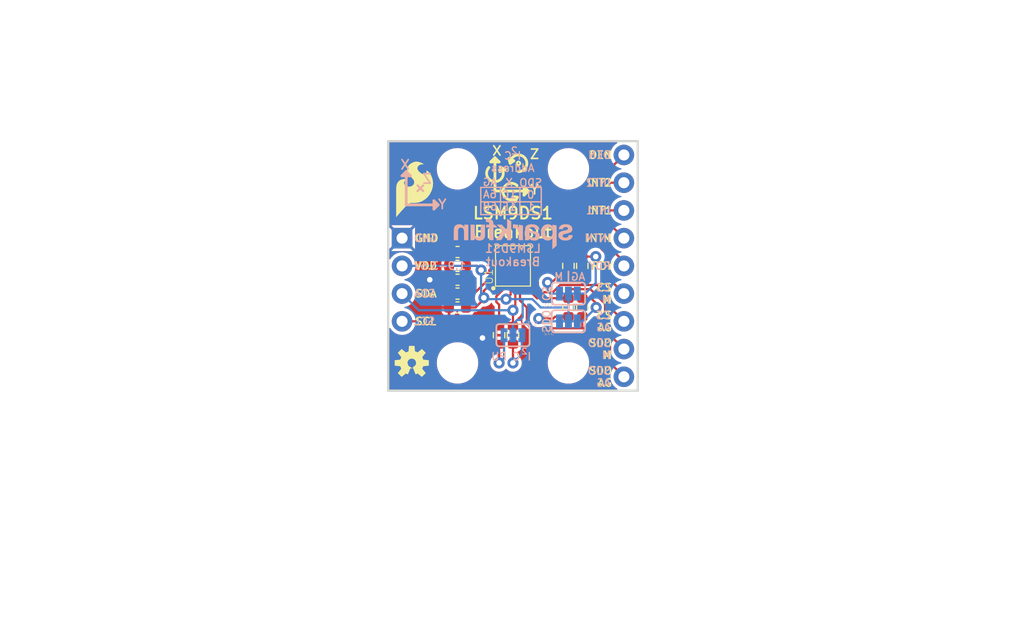
<source format=kicad_pcb>
(kicad_pcb (version 20221018) (generator pcbnew)
  (layers (0 "F.Cu" signal) (31 "B.Cu" signal) (34 "B.Paste" user) (35 "F.Paste" user) (36 "B.SilkS" user "B.Silkscreen") (37 "F.SilkS" user "F.Silkscreen") (38 "B.Mask" user) (39 "F.Mask" user) (44 "Edge.Cuts" user))
  (net 0 "")
  (net 1 "GND")
  (net 2 "VDD")
  (net 3 "Net-(U1-C1)")
  (net 4 "Net-(U1-CAP)")
  (net 5 "/SCL")
  (net 6 "/SDA")
  (net 7 "/DEN_A{slash}G")
  (net 8 "/INT2_A{slash}G")
  (net 9 "/INT1_A{slash}G")
  (net 10 "/INT_M")
  (net 11 "/DRDY_M")
  (net 12 "/CS_M")
  (net 13 "/CS_A{slash}G")
  (net 14 "/SDO_M")
  (net 15 "/SDO_A{slash}G")
  (net 16 "Net-(R1-Pad2)")
  (net 17 "Net-(R2-Pad2)")
  (net 18 "Net-(R3-Pad2)")
  (net 19 "Net-(R4-Pad2)")
  (net 20 "Net-(R5-Pad2)")
  (net 21 "Net-(R6-Pad2)")
  (footprint "SparkFun-LSM9DS1-Breakout_v10:1X09_NO_SILK" (layer "F.Cu") (at 158.6611 115.1636 90)
    (fp_text reference "JP2" hide)
    (fp_text value "M09NO_SILK")
    (pad "1" thru_hole circle (at 0 0 180) (size 1.8796 1.8796) (drill 1.016) (layers "*.Cu" "*.Mask") (net 15 "/SDO_A{slash}G"))
    (pad "2" thru_hole circle (at 2.54 0 180) (size 1.8796 1.8796) (drill 1.016) (layers "*.Cu" "*.Mask") (net 14 "/SDO_M"))
    (pad "3" thru_hole circle (at 5.08 0 180) (size 1.8796 1.8796) (drill 1.016) (layers "*.Cu" "*.Mask") (net 13 "/CS_A{slash}G"))
    (pad "4" thru_hole circle (at 7.62 0 180) (size 1.8796 1.8796) (drill 1.016) (layers "*.Cu" "*.Mask") (net 12 "/CS_M"))
    (pad "5" thru_hole circle (at 10.16 0 180) (size 1.8796 1.8796) (drill 1.016) (layers "*.Cu" "*.Mask") (net 11 "/DRDY_M"))
    (pad "6" thru_hole circle (at 12.7 0 180) (size 1.8796 1.8796) (drill 1.016) (layers "*.Cu" "*.Mask") (net 10 "/INT_M"))
    (pad "7" thru_hole circle (at 15.24 0 180) (size 1.8796 1.8796) (drill 1.016) (layers "*.Cu" "*.Mask") (net 9 "/INT1_A{slash}G"))
    (pad "8" thru_hole circle (at 17.78 0 180) (size 1.8796 1.8796) (drill 1.016) (layers "*.Cu" "*.Mask") (net 8 "/INT2_A{slash}G"))
    (pad "9" thru_hole circle (at 20.32 0 180) (size 1.8796 1.8796) (drill 1.016) (layers "*.Cu" "*.Mask") (net 7 "/DEN_A{slash}G"))
  )
  (footprint "Capacitor_SMD:C_0603_1608Metric" (layer "F.Cu") (at 143.4211 108.8136 180)
    (fp_text reference "C2" hide)
    (fp_text value "0.1uF" hide)
    (pad "1" smd roundrect (at -0.775 0 180) (size 0.9 0.95) (layers "F.Cu" "F.Paste" "F.Mask") (net 2 "VDD"))
    (pad "2" smd roundrect (at 0.775 0 180) (size 0.9 0.95) (layers "F.Cu" "F.Paste" "F.Mask") (net 1 "GND"))
  )
  (footprint "SparkFun-LSM9DS1-Breakout_v10:OSHW-LOGO-S" (layer "F.Cu") (at 139.2301 113.8936)
    (fp_text reference "LOGO3" hide)
    (fp_text value "OSHW-LOGOS" hide)
  )
  (footprint "Resistor_SMD:R_0603_1608Metric" (layer "F.Cu") (at 147.2311 111.3536 -90)
    (fp_text reference "R6" hide)
    (fp_text value "10K" hide)
    (pad "1" smd roundrect (at -0.825 0 270) (size 0.8 0.95) (layers "F.Cu" "F.Paste" "F.Mask") (net 5 "/SCL"))
    (pad "2" smd roundrect (at 0.825 0 270) (size 0.8 0.95) (layers "F.Cu" "F.Paste" "F.Mask") (net 21 "Net-(R6-Pad2)"))
  )
  (footprint "SparkFun-LSM9DS1-Breakout_v10:FIDUCIAL-1X2" (layer "F.Cu") (at 138.3411 94.8436 -90)
    (fp_text reference "FID2" hide)
    (fp_text value "FIDUCIAL1X2" hide)
    (pad "1" smd roundrect (at 0 0 270) (size 1 1) (layers "F.Cu" "F.Mask") (roundrect_rratio 0.5))
  )
  (footprint "Resistor_SMD:R_0603_1608Metric" (layer "F.Cu") (at 148.5011 111.3536 -90)
    (fp_text reference "R5" hide)
    (fp_text value "10K" hide)
    (pad "1" smd roundrect (at -0.825 0 270) (size 0.8 0.95) (layers "F.Cu" "F.Paste" "F.Mask") (net 6 "/SDA"))
    (pad "2" smd roundrect (at 0.825 0 270) (size 0.8 0.95) (layers "F.Cu" "F.Paste" "F.Mask") (net 20 "Net-(R5-Pad2)"))
  )
  (footprint "SparkFun-LSM9DS1-Breakout_v10:STAND-OFF" (layer "F.Cu") (at 153.5811 113.8936 -90)
    (fp_text reference "STANDOFF2" hide)
    (fp_text value "STAND-OFF" hide)
    (pad "" np_thru_hole circle (at 0 0 270) (size 3.302 3.302) (drill 3.302) (layers "*.Cu" "*.Mask"))
  )
  (footprint "Resistor_SMD:R_0603_1608Metric" (layer "F.Cu") (at 153.5811 108.8136 -90)
    (fp_text reference "R4" hide)
    (fp_text value "10K" hide)
    (pad "1" smd roundrect (at -0.825 0 270) (size 0.8 0.95) (layers "F.Cu" "F.Paste" "F.Mask") (net 14 "/SDO_M"))
    (pad "2" smd roundrect (at 0.825 0 270) (size 0.8 0.95) (layers "F.Cu" "F.Paste" "F.Mask") (net 19 "Net-(R4-Pad2)"))
  )
  (footprint "SparkFun-LSM9DS1-Breakout_v10:1X04_NO_SILK" (layer "F.Cu") (at 138.3411 102.4636 -90)
    (fp_text reference "JP1" hide)
    (fp_text value "I2C_STANDARD_NO_SILK")
    (pad "1" thru_hole rect (at 0 0) (size 1.8796 1.8796) (drill 1.016) (layers "*.Cu" "*.Mask") (net 1 "GND"))
    (pad "2" thru_hole circle (at 2.54 0) (size 1.8796 1.8796) (drill 1.016) (layers "*.Cu" "*.Mask") (net 2 "VDD"))
    (pad "3" thru_hole circle (at 5.08 0) (size 1.8796 1.8796) (drill 1.016) (layers "*.Cu" "*.Mask") (net 6 "/SDA"))
    (pad "4" thru_hole circle (at 7.62 0) (size 1.8796 1.8796) (drill 1.016) (layers "*.Cu" "*.Mask") (net 5 "/SCL"))
  )
  (footprint "SparkFun-LSM9DS1-Breakout_v10:CREATIVE_COMMONS" (layer "F.Cu") (at 121.8311 139.2936)
    (fp_text reference "FRAME1" hide)
    (fp_text value "FRAME-LETTER" hide)
  )
  (footprint "Capacitor_SMD:C_0603_1608Metric" (layer "F.Cu") (at 143.4211 106.2736 180)
    (fp_text reference "C4" hide)
    (fp_text value "10uF" hide)
    (pad "1" smd roundrect (at -0.775 0 180) (size 0.9 0.95) (layers "F.Cu" "F.Paste" "F.Mask") (net 2 "VDD"))
    (pad "2" smd roundrect (at 0.775 0 180) (size 0.9 0.95) (layers "F.Cu" "F.Paste" "F.Mask") (net 1 "GND"))
  )
  (footprint "Resistor_SMD:R_0603_1608Metric" (layer "F.Cu") (at 154.8511 105.0036 90)
    (fp_text reference "R1" hide)
    (fp_text value "10K" hide)
    (pad "1" smd roundrect (at -0.825 0 90) (size 0.8 0.95) (layers "F.Cu" "F.Paste" "F.Mask") (net 13 "/CS_A{slash}G"))
    (pad "2" smd roundrect (at 0.825 0 90) (size 0.8 0.95) (layers "F.Cu" "F.Paste" "F.Mask") (net 16 "Net-(R1-Pad2)"))
  )
  (footprint "Resistor_SMD:R_0603_1608Metric" (layer "F.Cu") (at 154.8511 108.8136 90)
    (fp_text reference "R3" hide)
    (fp_text value "10K" hide)
    (pad "1" smd roundrect (at -0.825 0 90) (size 0.8 0.95) (layers "F.Cu" "F.Paste" "F.Mask") (net 15 "/SDO_A{slash}G"))
    (pad "2" smd roundrect (at 0.825 0 90) (size 0.8 0.95) (layers "F.Cu" "F.Paste" "F.Mask") (net 18 "Net-(R3-Pad2)"))
  )
  (footprint "SparkFun-LSM9DS1-Breakout_v10:FIDUCIAL-1X2" (layer "F.Cu") (at 156.2481 113.0046 -90)
    (fp_text reference "FID1" hide)
    (fp_text value "FIDUCIAL1X2" hide)
    (pad "1" smd roundrect (at 0 0 270) (size 1 1) (layers "F.Cu" "F.Mask") (roundrect_rratio 0.5))
  )
  (footprint "SparkFun-LSM9DS1-Breakout_v10:STAND-OFF" (layer "F.Cu") (at 153.5811 96.1136 -90)
    (fp_text reference "STANDOFF3" hide)
    (fp_text value "STAND-OFF" hide)
    (pad "" np_thru_hole circle (at 0 0 270) (size 3.302 3.302) (drill 3.302) (layers "*.Cu" "*.Mask"))
  )
  (footprint "SparkFun-LSM9DS1-Breakout_v10:STAND-OFF" (layer "F.Cu") (at 143.4211 96.1136 -90)
    (fp_text reference "STANDOFF1" hide)
    (fp_text value "STAND-OFF" hide)
    (pad "" np_thru_hole circle (at 0 0 270) (size 3.302 3.302) (drill 3.302) (layers "*.Cu" "*.Mask"))
  )
  (footprint "Capacitor_SMD:C_0603_1608Metric" (layer "F.Cu") (at 143.4211 107.5436 180)
    (fp_text reference "C1" hide)
    (fp_text value "0.1uF" hide)
    (pad "1" smd roundrect (at -0.775 0 180) (size 0.9 0.95) (layers "F.Cu" "F.Paste" "F.Mask") (net 3 "Net-(U1-C1)"))
    (pad "2" smd roundrect (at 0.775 0 180) (size 0.9 0.95) (layers "F.Cu" "F.Paste" "F.Mask") (net 1 "GND"))
  )
  (footprint "Capacitor_SMD:C_0603_1608Metric" (layer "F.Cu") (at 143.4211 105.0036 180)
    (fp_text reference "C3" hide)
    (fp_text value "0.1uF" hide)
    (pad "1" smd roundrect (at -0.775 0 180) (size 0.9 0.95) (layers "F.Cu" "F.Paste" "F.Mask") (net 2 "VDD"))
    (pad "2" smd roundrect (at 0.775 0 180) (size 0.9 0.95) (layers "F.Cu" "F.Paste" "F.Mask") (net 1 "GND"))
  )
  (footprint "SparkFun-LSM9DS1-Breakout_v10:LGA24-8X4" (layer "F.Cu") (at 148.5011 105.0036 90)
    (fp_text reference "U1" (at -1.778 -1.778 90) (layer "F.SilkS") (effects (font (size 0.747776 0.747776) (thickness 0.065024)) (justify left bottom)))
    (fp_text value "LSM9DS1")
    (pad "1" smd rect (at -1.505 -1.225 180) (size 0.45 0.27) (layers "F.Cu" "F.Paste" "F.Mask") (net 2 "VDD"))
    (pad "2" smd rect (at -1.475 -0.645 270) (size 0.45 0.27) (layers "F.Cu" "F.Paste" "F.Mask") (net 5 "/SCL"))
    (pad "3" smd rect (at -1.475 -0.215 270) (size 0.45 0.27) (layers "F.Cu" "F.Paste" "F.Mask") (net 2 "VDD"))
    (pad "4" smd rect (at -1.475 0.215 270) (size 0.45 0.27) (layers "F.Cu" "F.Paste" "F.Mask") (net 6 "/SDA"))
    (pad "5" smd rect (at -1.475 0.645 270) (size 0.45 0.27) (layers "F.Cu" "F.Paste" "F.Mask") (net 15 "/SDO_A{slash}G"))
    (pad "6" smd rect (at -1.505 1.225) (size 0.45 0.27) (layers "F.Cu" "F.Paste" "F.Mask") (net 14 "/SDO_M"))
    (pad "7" smd rect (at -1.075 1.225) (size 0.45 0.27) (layers "F.Cu" "F.Paste" "F.Mask") (net 13 "/CS_A{slash}G"))
    (pad "8" smd rect (at -0.645 1.225) (size 0.45 0.27) (layers "F.Cu" "F.Paste" "F.Mask") (net 12 "/CS_M"))
    (pad "9" smd rect (at -0.215 1.225) (size 0.45 0.27) (layers "F.Cu" "F.Paste" "F.Mask") (net 11 "/DRDY_M"))
    (pad "10" smd rect (at 0.215 1.225) (size 0.45 0.27) (layers "F.Cu" "F.Paste" "F.Mask") (net 10 "/INT_M"))
    (pad "11" smd rect (at 0.645 1.225) (size 0.45 0.27) (layers "F.Cu" "F.Paste" "F.Mask") (net 9 "/INT1_A{slash}G"))
    (pad "12" smd rect (at 1.075 1.225) (size 0.45 0.27) (layers "F.Cu" "F.Paste" "F.Mask") (net 8 "/INT2_A{slash}G"))
    (pad "13" smd rect (at 1.505 1.225) (size 0.45 0.27) (layers "F.Cu" "F.Paste" "F.Mask") (net 7 "/DEN_A{slash}G"))
    (pad "14" smd rect (at 1.475 0.645 90) (size 0.45 0.27) (layers "F.Cu" "F.Paste" "F.Mask") (net 1 "GND"))
    (pad "15" smd rect (at 1.475 0.215 90) (size 0.45 0.27) (layers "F.Cu" "F.Paste" "F.Mask") (net 1 "GND"))
    (pad "16" smd rect (at 1.475 -0.215 90) (size 0.45 0.27) (layers "F.Cu" "F.Paste" "F.Mask") (net 1 "GND"))
    (pad "17" smd rect (at 1.475 -0.645 90) (size 0.45 0.27) (layers "F.Cu" "F.Paste" "F.Mask") (net 1 "GND"))
    (pad "18" smd rect (at 1.505 -1.225 180) (size 0.45 0.27) (layers "F.Cu" "F.Paste" "F.Mask") (net 1 "GND"))
    (pad "19" smd rect (at 1.075 -1.225 180) (size 0.45 0.27) (layers "F.Cu" "F.Paste" "F.Mask") (net 1 "GND"))
    (pad "20" smd rect (at 0.645 -1.225 180) (size 0.45 0.27) (layers "F.Cu" "F.Paste" "F.Mask") (net 1 "GND"))
    (pad "21" smd rect (at 0.215 -1.225 180) (size 0.45 0.27) (layers "F.Cu" "F.Paste" "F.Mask") (net 4 "Net-(U1-CAP)"))
    (pad "22" smd rect (at -0.215 -1.225 180) (size 0.45 0.27) (layers "F.Cu" "F.Paste" "F.Mask") (net 2 "VDD"))
    (pad "23" smd rect (at -0.645 -1.225 180) (size 0.45 0.27) (layers "F.Cu" "F.Paste" "F.Mask") (net 2 "VDD"))
    (pad "24" smd rect (at -1.075 -1.225 180) (size 0.45 0.27) (layers "F.Cu" "F.Paste" "F.Mask") (net 3 "Net-(U1-C1)"))
  )
  (footprint "Resistor_SMD:R_0603_1608Metric" (layer "F.Cu") (at 153.5811 105.0036 -90)
    (fp_text reference "R2" hide)
    (fp_text value "10K" hide)
    (pad "1" smd roundrect (at -0.825 0 270) (size 0.8 0.95) (layers "F.Cu" "F.Paste" "F.Mask") (net 12 "/CS_M"))
    (pad "2" smd roundrect (at 0.825 0 270) (size 0.8 0.95) (layers "F.Cu" "F.Paste" "F.Mask") (net 17 "Net-(R2-Pad2)"))
  )
  (footprint "SparkFun-LSM9DS1-Breakout_v10:SFE_LOGO_FLAME_.2" (layer "F.Cu") (at 137.4521 100.8126)
    (fp_text reference "LOGO2" hide)
    (fp_text value "SFE_LOGO_FLAME.2_INCH" hide)
  )
  (footprint "Capacitor_SMD:C_0603_1608Metric" (layer "F.Cu") (at 143.4211 103.7336 180)
    (fp_text reference "C5" hide)
    (fp_text value "10nF" hide)
    (pad "1" smd roundrect (at -0.775 0 180) (size 0.9 0.95) (layers "F.Cu" "F.Paste" "F.Mask") (net 4 "Net-(U1-CAP)"))
    (pad "2" smd roundrect (at 0.775 0 180) (size 0.9 0.95) (layers "F.Cu" "F.Paste" "F.Mask") (net 1 "GND"))
  )
  (footprint "SparkFun-LSM9DS1-Breakout_v10:STAND-OFF" (layer "F.Cu") (at 143.4211 113.8936 -90)
    (fp_text reference "STANDOFF4" hide)
    (fp_text value "STAND-OFF" hide)
    (pad "" np_thru_hole circle (at 0 0 270) (size 3.302 3.302) (drill 3.302) (layers "*.Cu" "*.Mask"))
  )
  (footprint "SparkFun-LSM9DS1-Breakout_v10:SFE_LOGO_NAME_.1" (layer "B.Cu") (at 154.4701 103.9876 180)
    (fp_text reference "LOGO1" hide)
    (fp_text value "SFE_LOGO_NAME.1_INCH" hide)
  )
  (footprint "SparkFun-LSM9DS1-Breakout_v10:PAD-JUMPER-3-3OF3_NC_BY_TRACE_YES_SILK_FULL_BOX" (layer "B.Cu") (at 148.5011 111.3536 180)
    (fp_text reference "SJ3" (at -1.27 1.27) (layer "B.SilkS") (effects (font (size 0.373888 0.373888) (thickness 0.032512)) (justify right top mirror)))
    (fp_text value "JUMPER-PAD-3-NC_BY_TRACE")
    (fp_line (start -1.016 0) (end -0.254 0) (stroke (width 0.2032)) (layer "B.Cu"))
    (fp_line (start 0.254 0) (end 1.016 0) (stroke (width 0.2032)) (layer "B.Cu"))
    (pad "1" smd rect (at -0.8128 0 180) (size 0.635 1.27) (layers "B.Cu" "B.Mask") (net 20 "Net-(R5-Pad2)"))
    (pad "2" smd rect (at 0 0 180) (size 0.635 1.27) (layers "B.Cu" "B.Mask") (net 2 "VDD"))
    (pad "3" smd rect (at 0.8128 0 180) (size 0.635 1.27) (layers "B.Cu" "B.Mask") (net 21 "Net-(R6-Pad2)"))
  )
  (footprint "SparkFun-LSM9DS1-Breakout_v10:PAD-JUMPER-3-3OF3_NC_BY_TRACE_YES_SILK_FULL_BOX" (layer "B.Cu") (at 153.5811 110.0836)
    (fp_text reference "SJ2" (at -1.27 1.27 180) (layer "B.SilkS") (effects (font (size 0.373888 0.373888) (thickness 0.032512)) (justify left bottom mirror)))
    (fp_text value "JUMPER-PAD-3-NC_BY_TRACE")
    (fp_line (start -1.016 0) (end -0.254 0) (stroke (width 0.2032)) (layer "B.Cu"))
    (fp_line (start 0.254 0) (end 1.016 0) (stroke (width 0.2032)) (layer "B.Cu"))
    (pad "1" smd rect (at -0.8128 0) (size 0.635 1.27) (layers "B.Cu" "B.Mask") (net 19 "Net-(R4-Pad2)"))
    (pad "2" smd rect (at 0 0) (size 0.635 1.27) (layers "B.Cu" "B.Mask") (net 2 "VDD"))
    (pad "3" smd rect (at 0.8128 0) (size 0.635 1.27) (layers "B.Cu" "B.Mask") (net 18 "Net-(R3-Pad2)"))
  )
  (footprint "SparkFun-LSM9DS1-Breakout_v10:PAD-JUMPER-3-3OF3_NC_BY_TRACE_YES_SILK_FULL_BOX" (layer "B.Cu") (at 153.5811 107.5436)
    (fp_text reference "SJ1" (at -1.27 1.27 180) (layer "B.SilkS") (effects (font (size 0.373888 0.373888) (thickness 0.032512)) (justify left bottom mirror)))
    (fp_text value "JUMPER-PAD-3-NC_BY_TRACE")
    (fp_line (start -1.016 0) (end -0.254 0) (stroke (width 0.2032)) (layer "B.Cu"))
    (fp_line (start 0.254 0) (end 1.016 0) (stroke (width 0.2032)) (layer "B.Cu"))
    (pad "1" smd rect (at -0.8128 0) (size 0.635 1.27) (layers "B.Cu" "B.Mask") (net 17 "Net-(R2-Pad2)"))
    (pad "2" smd rect (at 0 0) (size 0.635 1.27) (layers "B.Cu" "B.Mask") (net 2 "VDD"))
    (pad "3" smd rect (at 0.8128 0) (size 0.635 1.27) (layers "B.Cu" "B.Mask") (net 16 "Net-(R1-Pad2)"))
  )
  (gr_line (start 153.5811 108.5596) (end 153.5811 109.0676) (stroke (width 0.1524)) (layer "B.SilkS"))
  (gr_line (start 147.3581 97.8154) (end 147.3581 100.3046) (stroke (width 0.127)) (layer "B.SilkS"))
  (gr_line (start 141.6431 99.4156) (end 141.2621 99.0346) (stroke (width 0.254)) (layer "B.SilkS"))
  (gr_line (start 139.1031 96.7486) (end 138.7221 96.3676) (stroke (width 0.254)) (layer "B.SilkS"))
  (gr_line (start 149.1361 100.3046) (end 147.3581 100.3046) (stroke (width 0.127)) (layer "B.SilkS"))
  (gr_line (start 138.3411 96.7486) (end 139.1031 96.7486) (stroke (width 0.254)) (layer "B.SilkS"))
  (gr_line (start 149.1361 97.8154) (end 151.0919 97.8154) (stroke (width 0.127)) (layer "B.SilkS"))
  (gr_line (start 151.0919 97.8154) (end 151.0919 100.3046) (stroke (width 0.127)) (layer "B.SilkS"))
  (gr_line (start 151.0665 99.1362) (end 145.5547 99.1362) (stroke (width 0.127)) (layer "B.SilkS"))
  (gr_line (start 147.3581 100.3046) (end 145.5547 100.3046) (stroke (width 0.127)) (layer "B.SilkS"))
  (gr_line (start 145.5547 97.8154) (end 147.3581 97.8154) (stroke (width 0.127)) (layer "B.SilkS"))
  (gr_line (start 151.0919 100.3046) (end 149.1361 100.3046) (stroke (width 0.127)) (layer "B.SilkS"))
  (gr_line (start 141.2621 99.0346) (end 141.2621 99.7966) (stroke (width 0.254)) (layer "B.SilkS"))
  (gr_line (start 141.2621 99.7966) (end 141.6431 99.4156) (stroke (width 0.254)) (layer "B.SilkS"))
  (gr_line (start 153.5811 105.5116) (end 153.5811 106.5276) (stroke (width 0.1524)) (layer "B.SilkS"))
  (gr_line (start 139.7635 97.6376) (end 140.2715 98.1456) (stroke (width 0.2032)) (layer "B.SilkS"))
  (gr_line (start 145.5547 99.1362) (end 145.5547 97.8154) (stroke (width 0.127)) (layer "B.SilkS"))
  (gr_line (start 149.1361 97.8154) (end 149.1361 100.3046) (stroke (width 0.127)) (layer "B.SilkS"))
  (gr_line (start 138.7221 96.3676) (end 138.3411 96.7486) (stroke (width 0.254)) (layer "B.SilkS"))
  (gr_line (start 147.3581 97.8154) (end 149.1361 97.8154) (stroke (width 0.127)) (layer "B.SilkS"))
  (gr_line (start 139.7635 98.1456) (end 140.2715 97.6376) (stroke (width 0.2032)) (layer "B.SilkS"))
  (gr_line (start 138.7221 99.4156) (end 141.6431 99.4156) (stroke (width 0.254)) (layer "B.SilkS"))
  (gr_line (start 145.5547 100.3046) (end 145.5547 99.1362) (stroke (width 0.127)) (layer "B.SilkS"))
  (gr_line (start 138.7221 99.4156) (end 138.7221 96.3676) (stroke (width 0.254)) (layer "B.SilkS"))
  (gr_line (start 148.3741 95.4786) (end 148.2471 95.4786) (stroke (width 0.127)) (layer "F.SilkS"))
  (gr_circle (center 149.0091 95.6056) (end 149.0726 95.6056) (stroke (width 0.1778)) (fill none) (layer "F.SilkS"))
  (gr_line (start 148.2471 95.6056) (end 148.5773 95.377) (stroke (width 0.254)) (layer "F.SilkS"))
  (gr_line (start 147.370753 95.963616) (end 147.31205 96.36091) (stroke (width 0.254)) (layer "F.SilkS"))
  (gr_line (start 148.50779 98.65835) (end 148.702778 99.119113) (stroke (width 0.254)) (layer "F.SilkS"))
  (gr_line (start 148.5773 95.377) (end 148.1201 95.1738) (stroke (width 0.254)) (layer "F.SilkS"))
  (gr_line (start 146.8501 98.1456) (end 146.8501 95.0976) (stroke (width 0.254)) (layer "F.SilkS"))
  (gr_line (start 148.702778 99.119113) (end 148.905084 98.717054) (stroke (width 0.254)) (layer "F.SilkS"))
  (gr_line (start 146.8501 95.0976) (end 147.2311 95.4786) (stroke (width 0.254)) (layer "F.SilkS"))
  (gr_line (start 147.2311 95.4786) (end 146.4691 95.4786) (stroke (width 0.254)) (layer "F.SilkS"))
  (gr_line (start 149.5171 98.5266) (end 149.5171 97.7646) (stroke (width 0.254)) (layer "F.SilkS"))
  (gr_line (start 146.8501 98.1456) (end 149.8981 98.1456) (stroke (width 0.254)) (layer "F.SilkS"))
  (gr_arc (start 148.2471 95.6056) (mid 149.547915 95.066785) (end 149.0091 96.3676) (stroke (width 0.254)) (layer "F.SilkS"))
  (gr_arc (start 147.370753 95.963616) (mid 146.875362 97.28158) (end 146.293715 95.999344) (stroke (width 0.254)) (layer "F.SilkS"))
  (gr_line (start 149.5171 97.7646) (end 149.8981 98.1456) (stroke (width 0.254)) (layer "F.SilkS"))
  (gr_line (start 148.1201 95.1738) (end 148.2471 95.6056) (stroke (width 0.254)) (layer "F.SilkS"))
  (gr_line (start 146.4691 95.4786) (end 146.8501 95.0976) (stroke (width 0.254)) (layer "F.SilkS"))
  (gr_line (start 148.3487 95.377) (end 148.2725 95.2754) (stroke (width 0.254)) (layer "F.SilkS"))
  (gr_arc (start 148.905084 98.717054) (mid 147.58712 98.221663) (end 148.869356 97.640016) (stroke (width 0.254)) (layer "F.SilkS"))
  (gr_line (start 147.31205 96.36091) (end 147.772812 96.165922) (stroke (width 0.254)) (layer "F.SilkS"))
  (gr_line (start 148.905084 98.717054) (end 148.50779 98.65835) (stroke (width 0.254)) (layer "F.SilkS"))
  (gr_line (start 149.8981 98.1456) (end 149.5171 98.5266) (stroke (width 0.254)) (layer "F.SilkS"))
  (gr_line (start 147.772812 96.165922) (end 147.370753 95.963616) (stroke (width 0.254)) (layer "F.SilkS"))
  (gr_line (start 159.9311 116.4336) (end 159.9311 93.5736) (stroke (width 0.2032)) (layer "Edge.Cuts"))
  (gr_line (start 159.9311 93.5736) (end 137.0711 93.5736) (stroke (width 0.2032)) (layer "Edge.Cuts"))
  (gr_line (start 137.0711 116.4336) (end 159.9311 116.4336) (stroke (width 0.2032)) (layer "Edge.Cuts"))
  (gr_line (start 137.0711 93.5736) (end 137.0711 116.4336) (stroke (width 0.2032)) (layer "Edge.Cuts"))
  (gr_text "Y" (at 142.0241 98.8568) (layer "B.SilkS") (effects (font (size 0.8636 0.8636) (thickness 0.1524)) (justify top mirror)))
  (gr_text "RDY" (at 157.5181 105.0036) (layer "B.SilkS") (effects (font (size 0.69088 0.69088) (thickness 0.12192)) (justify left mirror)))
  (gr_text "SCL" (at 139.3571 110.0836) (layer "B.SilkS") (effects (font (size 0.69088 0.69088) (thickness 0.12192)) (justify right mirror)))
  (gr_text "AG\n6A\n6B" (at 146.3929 98.4504) (layer "B.SilkS") (effects (font (size 0.69088 0.69088) (thickness 0.12192)) (justify mirror)))
  (gr_text "Z" (at 140.6271 97.536) (layer "B.SilkS") (effects (font (size 0.8636 0.8636) (thickness 0.1524)) (justify bottom mirror)))
  (gr_text "I C\nAddress" (at 148.4757 95.4786) (layer "B.SilkS") (effects (font (size 0.69088 0.69088) (thickness 0.12192)) (justify mirror)))
  (gr_text "GND" (at 139.3571 102.4636) (layer "B.SilkS") (effects (font (size 0.69088 0.69088) (thickness 0.12192)) (justify right mirror)))
  (gr_text "LSM9DS1\nBreakout" (at 148.5011 102.9716) (layer "B.SilkS") (effects (font (size 0.75565 0.75565) (thickness 0.13335)) (justify top mirror)))
  (gr_text "INT2" (at 157.5181 97.3836) (layer "B.SilkS") (effects (font (size 0.69088 0.69088) (thickness 0.12192)) (justify left mirror)))
  (gr_text "M" (at 152.6921 106.4006) (layer "B.SilkS") (effects (font (size 0.69088 0.69088) (thickness 0.12192)) (justify bottom mirror)))
  (gr_text "INT1" (at 157.5181 99.9236) (layer "B.SilkS") (effects (font (size 0.69088 0.69088) (thickness 0.12192)) (justify left mirror)))
  (gr_text "C PU" (at 147.8407 113.7158) (layer "B.SilkS") (effects (font (size 0.69088 0.69088) (thickness 0.12192)) (justify bottom mirror)))
  (gr_text "CS\nM" (at 157.5181 107.5436) (layer "B.SilkS") (effects (font (size 0.69088 0.69088) (thickness 0.12192)) (justify left mirror)))
  (gr_text "CS\nAG" (at 157.5181 110.0836) (layer "B.SilkS") (effects (font (size 0.69088 0.69088) (thickness 0.12192)) (justify left mirror)))
  (gr_text "SDO\n0\n1" (at 150.1267 98.5012) (layer "B.SilkS") (effects (font (size 0.69088 0.69088) (thickness 0.12192)) (justify mirror)))
  (gr_text "SDA" (at 139.3571 107.5436) (layer "B.SilkS") (effects (font (size 0.69088 0.69088) (thickness 0.12192)) (justify right mirror)))
  (gr_text "AG" (at 154.4701 106.4006) (layer "B.SilkS") (effects (font (size 0.69088 0.69088) (thickness 0.12192)) (justify bottom mirror)))
  (gr_text "DEN" (at 157.5181 94.8436) (layer "B.SilkS") (effects (font (size 0.69088 0.69088) (thickness 0.12192)) (justify left mirror)))
  (gr_text "SDO\nAG" (at 157.5181 115.1636) (layer "B.SilkS") (effects (font (size 0.69088 0.69088) (thickness 0.12192)) (justify left mirror)))
  (gr_text "I" (at 149.9997 113.7158) (layer "B.SilkS") (effects (font (size 0.69088 0.69088) (thickness 0.12192)) (justify bottom mirror)))
  (gr_text "SDO\nM" (at 157.5181 112.6236) (layer "B.SilkS") (effects (font (size 0.69088 0.69088) (thickness 0.12192)) (justify left mirror)))
  (gr_text "1.9-3.6V" (at 139.3571 105.0036) (layer "B.SilkS") (effects (font (size 0.69088 0.69088) (thickness 0.12192)) (justify right mirror)))
  (gr_text "SDO" (at 151.9301 110.0836 -90) (layer "B.SilkS") (effects (font (size 0.69088 0.69088) (thickness 0.12192)) (justify top mirror)))
  (gr_text "2" (at 148.6281 94.4626) (layer "B.SilkS") (effects (font (size 0.6477 0.6477) (thickness 0.1143)) (justify mirror)))
  (gr_text "INTM" (at 157.5181 102.4636) (layer "B.SilkS") (effects (font (size 0.69088 0.69088) (thickness 0.12192)) (justify left mirror)))
  (gr_text "2" (at 149.5552 113.1443) (layer "B.SilkS") (effects (font (size 0.53975 0.53975) (thickness 0.09525)) (justify bottom mirror)))
  (gr_text "X\n1C\n1E" (at 148.1455 98.4758) (layer "B.SilkS") (effects (font (size 0.69088 0.69088) (thickness 0.12192)) (justify mirror)))
  (gr_text "CS" (at 151.9301 107.5436 -90) (layer "B.SilkS") (effects (font (size 0.69088 0.69088) (thickness 0.12192)) (justify top mirror)))
  (gr_text "X" (at 138.6205 96.2406) (layer "B.SilkS") (effects (font (size 0.8636 0.8636) (thickness 0.1524)) (justify bottom mirror)))
  (gr_text "INTM" (at 157.6451 102.4636) (layer "F.SilkS") (effects (font (size 0.69088 0.69088) (thickness 0.12192)) (justify right)))
  (gr_text "SDA" (at 139.4841 107.5436) (layer "F.SilkS") (effects (font (size 0.69088 0.69088) (thickness 0.12192)) (justify left)))
  (gr_text "SCL" (at 139.4841 110.0836) (layer "F.SilkS") (effects (font (size 0.69088 0.69088) (thickness 0.12192)) (justify left)))
  (gr_text "INT1" (at 157.6451 99.9236) (layer "F.SilkS") (effects (font (size 0.69088 0.69088) (thickness 0.12192)) (justify right)))
  (gr_text "Z" (at 150.4823 95.2754) (layer "F.SilkS") (effects (font (size 0.8636 0.8636) (thickness 0.1524)) (justify bottom)))
  (gr_text "CS\nM" (at 157.6451 107.5436) (layer "F.SilkS") (effects (font (size 0.69088 0.69088) (thickness 0.12192)) (justify right)))
  (gr_text "VDD" (at 139.4841 105.0036) (layer "F.SilkS") (effects (font (size 0.69088 0.69088) (thickness 0.12192)) (justify left)))
  (gr_text "SDO\nAG" (at 157.6451 115.1636) (layer "F.SilkS") (effects (font (size 0.69088 0.69088) (thickness 0.12192)) (justify right)))
  (gr_text "LSM9DS1\nBreakout" (at 148.5011 99.5426) (layer "F.SilkS") (effects (font (size 1.0795 1.0795) (thickness 0.1905)) (justify top)))
  (gr_text "RDY" (at 157.7721 105.0036) (layer "F.SilkS") (effects (font (size 0.69088 0.69088) (thickness 0.12192)) (justify right)))
  (gr_text "CS\nAG" (at 157.6451 110.0836) (layer "F.SilkS") (effects (font (size 0.69088 0.69088) (thickness 0.12192)) (justify right)))
  (gr_text "Y" (at 150.4823 98.5266) (layer "F.SilkS") (effects (font (size 0.8636 0.8636) (thickness 0.1524)) (justify bottom)))
  (gr_text "INT2" (at 157.6451 97.3836) (layer "F.SilkS") (effects (font (size 0.69088 0.69088) (thickness 0.12192)) (justify right)))
  (gr_text "X" (at 147.0279 94.9706) (layer "F.SilkS") (effects (font (size 0.8636 0.8636) (thickness 0.1524)) (justify bottom)))
  (gr_text "SDO\nM" (at 157.6451 112.6236) (layer "F.SilkS") (effects (font (size 0.69088 0.69088) (thickness 0.12192)) (justify right)))
  (gr_text "GND" (at 139.4841 102.4636) (layer "F.SilkS") (effects (font (size 0.69088 0.69088) (thickness 0.12192)) (justify left)))
  (gr_text "DEN" (at 157.6451 94.8436) (layer "F.SilkS") (effects (font (size 0.69088 0.69088) (thickness 0.12192)) (justify right)))
  (segment (start 149.1461 102.8446) (end 148.7161 102.8446) (width 0.2032) (layer "F.Cu") (net 1))
  (segment (start 147.2761 104.3586) (end 146.5861 104.3586) (width 0.2032) (layer "F.Cu") (net 1))
  (segment (start 145.7261 103.4986) (end 144.6911 102.4636) (width 0.2032) (layer "F.Cu") (net 1))
  (segment (start 146.1561 103.9286) (end 145.7261 103.4986) (width 0.2032) (layer "F.Cu") (net 1))
  (segment (start 146.5861 104.3586) (end 146.1561 103.9286) (width 0.2032) (layer "F.Cu") (net 1))
  (segment (start 147.8561 103.5286) (end 147.8561 102.8446) (width 0.2032) (layer "F.Cu") (net 1))
  (segment (start 147.2761 103.4986) (end 145.7261 103.4986) (width 0.2032) (layer "F.Cu") (net 1))
  (segment (start 149.1461 103.5286) (end 149.1461 102.8446) (width 0.2032) (layer "F.Cu") (net 1))
  (segment (start 147.2761 103.9286) (end 146.1561 103.9286) (width 0.2032) (layer "F.Cu") (net 1))
  (segment (start 148.7161 102.8446) (end 148.7161 103.5286) (width 0.2032) (layer "F.Cu") (net 1))
  (segment (start 148.2861 103.5286) (end 148.2861 102.8446) (width 0.2032) (layer "F.Cu") (net 1))
  (segment (start 147.8561 102.8446) (end 148.2861 102.8446) (width 0.2032) (layer "F.Cu") (net 1))
  (segment (start 148.2861 102.8446) (end 148.7161 102.8446) (width 0.2032) (layer "F.Cu") (net 1))
  (segment (start 144.6911 102.4636) (end 143.4211 102.4636) (width 0.2032) (layer "F.Cu") (net 1))
  (via (at 145.7071 111.6076) (size 1.016) (drill 0.508) (layers "F.Cu" "B.Cu") (net 1))
  (via (at 140.8811 106.2736) (size 1.016) (drill 0.508) (layers "F.Cu" "B.Cu") (net 1))
  (segment (start 145.8341 107.9881) (end 145.8341 107.9246) (width 0.2032) (layer "F.Cu") (net 2))
  (segment (start 145.8341 108.0516) (end 145.8341 107.9881) (width 0.2032) (layer "F.Cu") (net 2))
  (segment (start 144.2711 105.0036) (end 145.1991 105.0036) (width 0.2032) (layer "F.Cu") (net 2))
  (segment (start 146.5081 105.2186) (end 146.3421 105.3846) (width 0.2032) (layer "F.Cu") (net 2))
  (segment (start 148.2861 107.6316) (end 147.8661 108.0516) (width 0.2032) (layer "F.Cu") (net 2))
  (segment (start 146.3421 105.3846) (end 146.3421 105.6486) (width 0.2032) (layer "F.Cu") (net 2))
  (segment (start 147.2761 106.5086) (end 146.6151 106.5086) (width 0.2032) (layer "F.Cu") (net 2))
  (segment (start 145.0721 108.8136) (end 145.8341 108.0516) (width 0.2032) (layer "F.Cu") (net 2))
  (segment (start 145.8341 107.2896) (end 145.8341 107.9246) (width 0.2032) (layer "F.Cu") (net 2))
  (segment (start 145.1991 105.0036) (end 145.5801 105.3846) (width 0.2032) (layer "F.Cu") (net 2))
  (segment (start 146.6151 106.5086) (end 145.8341 107.2896) (width 0.2032) (layer "F.Cu") (net 2))
  (segment (start 145.8441 105.6486) (end 145.5801 105.3846) (width 0.2032) (layer "F.Cu") (net 2))
  (segment (start 144.2711 105.0036) (end 144.2711 106.2736) (width 0.2032) (layer "F.Cu") (net 2))
  (segment (start 147.2761 105.2186) (end 146.5081 105.2186) (width 0.2032) (layer "F.Cu") (net 2))
  (segment (start 147.2761 105.6486) (end 146.3421 105.6486) (width 0.2032) (layer "F.Cu") (net 2))
  (segment (start 144.2711 108.8136) (end 145.0721 108.8136) (width 0.2032) (layer "F.Cu") (net 2))
  (segment (start 148.2861 106.4786) (end 148.2861 107.6316) (width 0.2032) (layer "F.Cu") (net 2))
  (segment (start 146.3421 105.6486) (end 145.8441 105.6486) (width 0.2032) (layer "F.Cu") (net 2))
  (via (at 147.8661 108.0516) (size 1.016) (drill 0.508) (layers "F.Cu" "B.Cu") (net 2))
  (via (at 145.8341 107.9246) (size 1.016) (drill 0.508) (layers "F.Cu" "B.Cu") (net 2))
  (via (at 145.5801 105.3846) (size 1.016) (drill 0.508) (layers "F.Cu" "B.Cu") (net 2))
  (segment (start 147.8661 108.0516) (end 145.9611 108.0516) (width 0.2032) (layer "B.Cu") (net 2))
  (segment (start 150.2791 108.0516) (end 151.0411 108.8136) (width 0.2032) (layer "B.Cu") (net 2))
  (segment (start 149.3901 109.7026) (end 149.3901 108.0516) (width 0.2032) (layer "B.Cu") (net 2))
  (segment (start 153.5811 108.8136) (end 153.5811 107.5436) (width 0.2032) (layer "B.Cu") (net 2))
  (segment (start 153.5811 110.0836) (end 153.5811 108.8136) (width 0.2032) (layer "B.Cu") (net 2))
  (segment (start 148.5011 111.3536) (end 148.5011 110.3376) (width 0.2032) (layer "B.Cu") (net 2))
  (segment (start 149.3901 108.0516) (end 147.8661 108.0516) (width 0.2032) (layer "B.Cu") (net 2))
  (segment (start 151.0411 108.8136) (end 153.5811 108.8136) (width 0.2032) (layer "B.Cu") (net 2))
  (segment (start 145.9611 108.0516) (end 145.8341 107.9246) (width 0.2032) (layer "B.Cu") (net 2))
  (segment (start 150.2791 108.0516) (end 149.3901 108.0516) (width 0.2032) (layer "B.Cu") (net 2))
  (segment (start 145.5801 107.6706) (end 145.5801 105.3846) (width 0.2032) (layer "B.Cu") (net 2))
  (segment (start 138.3411 105.0036) (end 145.1991 105.0036) (width 0.2032) (layer "B.Cu") (net 2))
  (segment (start 148.5011 110.3376) (end 148.8821 109.9566) (width 0.2032) (layer "B.Cu") (net 2))
  (segment (start 145.8341 107.9246) (end 145.5801 107.6706) (width 0.2032) (layer "B.Cu") (net 2))
  (segment (start 149.1361 109.9566) (end 149.3901 109.7026) (width 0.2032) (layer "B.Cu") (net 2))
  (segment (start 148.8821 109.9566) (end 149.1361 109.9566) (width 0.2032) (layer "B.Cu") (net 2))
  (segment (start 145.1991 105.0036) (end 145.5801 105.3846) (width 0.2032) (layer "B.Cu") (net 2))
  (segment (start 144.9451 107.5436) (end 144.2711 107.5436) (width 0.2032) (layer "F.Cu") (net 3))
  (segment (start 147.2761 106.0786) (end 146.4101 106.0786) (width 0.2032) (layer "F.Cu") (net 3))
  (segment (start 146.4101 106.0786) (end 144.9451 107.5436) (width 0.2032) (layer "F.Cu") (net 3))
  (segment (start 146.3811 104.7886) (end 145.3261 103.7336) (width 0.2032) (layer "F.Cu") (net 4))
  (segment (start 145.3261 103.7336) (end 144.2711 103.7336) (width 0.2032) (layer "F.Cu") (net 4))
  (segment (start 147.2761 104.7886) (end 146.3811 104.7886) (width 0.2032) (layer "F.Cu") (net 4))
  (segment (start 147.2311 110.5036) (end 140.0311 110.5036) (width 0.2032) (layer "F.Cu") (net 5))
  (segment (start 147.2311 110.5036) (end 147.2311 108.5596) (width 0.2032) (layer "F.Cu") (net 5))
  (segment (start 140.0311 110.5036) (end 139.6111 110.0836) (width 0.2032) (layer "F.Cu") (net 5))
  (segment (start 139.6111 110.0836) (end 138.3411 110.0836) (width 0.2032) (layer "F.Cu") (net 5))
  (segment (start 146.9771 108.3056) (end 146.9771 107.7976) (width 0.2032) (layer "F.Cu") (net 5))
  (segment (start 147.2311 108.5596) (end 146.9771 108.3056) (width 0.2032) (layer "F.Cu") (net 5))
  (segment (start 147.8561 106.4786) (end 147.8561 106.9186) (width 0.2032) (layer "F.Cu") (net 5))
  (segment (start 146.9771 107.7976) (end 147.8561 106.9186) (width 0.2032) (layer "F.Cu") (net 5))
  (segment (start 148.5011 109.0676) (end 148.7161 108.8526) (width 0.2032) (layer "F.Cu") (net 6))
  (segment (start 148.7161 108.8526) (end 148.7161 106.4786) (width 0.2032) (layer "F.Cu") (net 6))
  (segment (start 148.5011 110.5036) (end 148.5011 109.0676) (width 0.2032) (layer "F.Cu") (net 6))
  (via (at 148.5011 109.0676) (size 1.016) (drill 0.508) (layers "F.Cu" "B.Cu") (net 6))
  (segment (start 148.5011 109.0676) (end 139.8651 109.0676) (width 0.2032) (layer "B.Cu") (net 6))
  (segment (start 139.8651 109.0676) (end 138.3411 107.5436) (width 0.2032) (layer "B.Cu") (net 6))
  (segment (start 151.3205 102.1842) (end 158.6611 94.8436) (width 0.2032) (layer "F.Cu") (net 7))
  (segment (start 149.7261 103.4986) (end 150.2855 103.4986) (width 0.2032) (layer "F.Cu") (net 7))
  (segment (start 151.3205 102.4636) (end 151.3205 102.1842) (width 0.2032) (layer "F.Cu") (net 7))
  (segment (start 150.2855 103.4986) (end 151.3205 102.4636) (width 0.2032) (layer "F.Cu") (net 7))
  (segment (start 149.7261 103.9286) (end 150.4397 103.9286) (width 0.2032) (layer "F.Cu") (net 8))
  (segment (start 156.9847 97.3836) (end 158.6611 97.3836) (width 0.2032) (layer "F.Cu") (net 8))
  (segment (start 150.4397 103.9286) (end 156.9847 97.3836) (width 0.2032) (layer "F.Cu") (net 8))
  (segment (start 150.5939 104.3586) (end 155.0289 99.9236) (width 0.2032) (layer "F.Cu") (net 9))
  (segment (start 149.7261 104.3586) (end 150.5939 104.3586) (width 0.2032) (layer "F.Cu") (net 9))
  (segment (start 155.0289 99.9236) (end 158.6611 99.9236) (width 0.2032) (layer "F.Cu") (net 9))
  (segment (start 154.3431 101.1936) (end 157.3911 101.1936) (width 0.2032) (layer "F.Cu") (net 10))
  (segment (start 157.3911 101.1936) (end 158.6611 102.4636) (width 0.2032) (layer "F.Cu") (net 10))
  (segment (start 149.7261 104.7886) (end 150.7481 104.7886) (width 0.2032) (layer "F.Cu") (net 10))
  (segment (start 150.7481 104.7886) (end 154.3431 101.1936) (width 0.2032) (layer "F.Cu") (net 10))
  (segment (start 156.5021 102.4636) (end 158.6611 104.6226) (width 0.2032) (layer "F.Cu") (net 11))
  (segment (start 158.6611 104.6226) (end 158.6611 105.0036) (width 0.2032) (layer "F.Cu") (net 11))
  (segment (start 149.7261 105.2186) (end 150.9531 105.2186) (width 0.2032) (layer "F.Cu") (net 11))
  (segment (start 150.9531 105.2186) (end 153.7081 102.4636) (width 0.2032) (layer "F.Cu") (net 11))
  (segment (start 153.7081 102.4636) (end 156.5021 102.4636) (width 0.2032) (layer "F.Cu") (net 11))
  (segment (start 153.9621 102.9716) (end 156.1211 102.9716) (width 0.2032) (layer "F.Cu") (net 12))
  (segment (start 157.1371 103.9876) (end 157.1371 106.0196) (width 0.2032) (layer "F.Cu") (net 12))
  (segment (start 151.1581 105.6486) (end 152.6531 104.1536) (width 0.2032) (layer "F.Cu") (net 12))
  (segment (start 153.5811 104.1536) (end 153.5811 103.3526) (width 0.2032) (layer "F.Cu") (net 12))
  (segment (start 153.5811 103.3526) (end 153.9621 102.9716) (width 0.2032) (layer "F.Cu") (net 12))
  (segment (start 152.6531 104.1536) (end 153.5811 104.1536) (width 0.2032) (layer "F.Cu") (net 12))
  (segment (start 157.1371 106.0196) (end 158.6611 107.5436) (width 0.2032) (layer "F.Cu") (net 12))
  (segment (start 149.7261 105.6486) (end 151.1581 105.6486) (width 0.2032) (layer "F.Cu") (net 12))
  (segment (start 156.1211 102.9716) (end 157.1371 103.9876) (width 0.2032) (layer "F.Cu") (net 12))
  (segment (start 156.2227 106.7562) (end 157.3911 107.9246) (width 0.2032) (layer "F.Cu") (net 13))
  (segment (start 157.3911 107.9246) (end 157.3911 108.8136) (width 0.2032) (layer "F.Cu") (net 13))
  (segment (start 150.7871 106.5276) (end 150.7871 107.1626) (width 0.2032) (layer "F.Cu") (net 13))
  (segment (start 150.3381 106.0786) (end 150.7871 106.5276) (width 0.2032) (layer "F.Cu") (net 13))
  (segment (start 151.0411 107.4166) (end 152.1587 107.4166) (width 0.2032) (layer "F.Cu") (net 13))
  (segment (start 152.1587 107.4166) (end 152.8191 106.7562) (width 0.2032) (layer "F.Cu") (net 13))
  (segment (start 149.7261 106.0786) (end 150.3381 106.0786) (width 0.2032) (layer "F.Cu") (net 13))
  (segment (start 154.8511 105.8536) (end 154.8511 106.7562) (width 0.2032) (layer "F.Cu") (net 13))
  (segment (start 152.8191 106.7562) (end 154.8511 106.7562) (width 0.2032) (layer "F.Cu") (net 13))
  (segment (start 150.7871 107.1626) (end 151.0411 107.4166) (width 0.2032) (layer "F.Cu") (net 13))
  (segment (start 154.8511 106.7562) (end 156.2227 106.7562) (width 0.2032) (layer "F.Cu") (net 13))
  (segment (start 157.3911 108.8136) (end 158.6611 110.0836) (width 0.2032) (layer "F.Cu") (net 13))
  (segment (start 150.6991 107.9636) (end 153.5811 107.9636) (width 0.2032) (layer "F.Cu") (net 14))
  (segment (start 150.1331 106.5086) (end 150.2791 106.6546) (width 0.2032) (layer "F.Cu") (net 14))
  (segment (start 155.5877 107.1372) (end 156.9339 108.4834) (width 0.2032) (layer "F.Cu") (net 14))
  (segment (start 150.2791 106.6546) (end 150.2791 107.5436) (width 0.2032) (layer "F.Cu") (net 14))
  (segment (start 150.2791 107.5436) (end 150.6991 107.9636) (width 0.2032) (layer "F.Cu") (net 14))
  (segment (start 149.7261 106.5086) (end 150.1331 106.5086) (width 0.2032) (layer "F.Cu") (net 14))
  (segment (start 153.5811 107.2896) (end 153.5811 107.9636) (width 0.2032) (layer "F.Cu") (net 14))
  (segment (start 153.7335 107.1372) (end 153.5811 107.2896) (width 0.2032) (layer "F.Cu") (net 14))
  (segment (start 158.6611 112.6236) (end 156.9339 110.8964) (width 0.2032) (layer "F.Cu") (net 14))
  (segment (start 155.5877 107.1372) (end 153.7335 107.1372) (width 0.2032) (layer "F.Cu") (net 14))
  (segment (start 156.9339 108.4834) (end 156.9339 110.8964) (width 0.2032) (layer "F.Cu") (net 14))
  (segment (start 157.3911 111.9886) (end 157.3911 113.8936) (width 0.2032) (layer "F.Cu") (net 15))
  (segment (start 149.1461 108.1886) (end 149.7711 108.8136) (width 0.2032) (layer "F.Cu") (net 15))
  (segment (start 154.8511 109.6636) (end 154.8511 110.7186) (width 0.2032) (layer "F.Cu") (net 15))
  (segment (start 154.8511 110.7186) (end 156.1211 110.7186) (width 0.2032) (layer "F.Cu") (net 15))
  (segment (start 157.3911 113.8936) (end 158.6611 115.1636) (width 0.2032) (layer "F.Cu") (net 15))
  (segment (start 156.1211 110.7186) (end 157.3911 111.9886) (width 0.2032) (layer "F.Cu") (net 15))
  (segment (start 149.7711 108.8136) (end 149.7711 110.0836) (width 0.2032) (layer "F.Cu") (net 15))
  (segment (start 149.7711 110.0836) (end 150.4061 110.7186) (width 0.2032) (layer "F.Cu") (net 15))
  (segment (start 149.1461 106.4786) (end 149.1461 108.1886) (width 0.2032) (layer "F.Cu") (net 15))
  (segment (start 150.4061 110.7186) (end 154.8511 110.7186) (width 0.2032) (layer "F.Cu") (net 15))
  (segment (start 154.8511 104.1536) (end 155.2711 104.1536) (width 0.2032) (layer "F.Cu") (net 16))
  (segment (start 154.8511 104.1536) (end 156.0821 104.1536) (width 0.2032) (layer "F.Cu") (net 16))
  (via (at 156.0821 104.1536) (size 1.016) (drill 0.508) (layers "F.Cu" "B.Cu") (net 16))
  (segment (start 156.0821 106.5666) (end 156.0821 104.1536) (width 0.2032) (layer "B.Cu") (net 16))
  (segment (start 155.1051 107.5436) (end 156.0821 106.5666) (width 0.2032) (layer "B.Cu") (net 16))
  (segment (start 154.3939 107.5436) (end 155.1051 107.5436) (width 0.2032) (layer "B.Cu") (net 16))
  (segment (start 152.7311 105.8536) (end 152.0571 106.5276) (width 0.2032) (layer "F.Cu") (net 17))
  (segment (start 152.0571 106.5276) (end 151.6761 106.5276) (width 0.2032) (layer "F.Cu") (net 17))
  (segment (start 153.5811 105.8536) (end 152.7311 105.8536) (width 0.2032) (layer "F.Cu") (net 17))
  (via (at 151.6761 106.5276) (size 1.016) (drill 0.508) (layers "F.Cu" "B.Cu") (net 17))
  (segment (start 151.9301 107.5436) (end 151.6761 107.2896) (width 0.2032) (layer "B.Cu") (net 17))
  (segment (start 151.6761 107.2896) (end 151.6761 106.5276) (width 0.2032) (layer "B.Cu") (net 17))
  (segment (start 152.7683 107.5436) (end 151.9301 107.5436) (width 0.2032) (layer "B.Cu") (net 17))
  (segment (start 156.1211 108.8136) (end 156.1211 108.4326) (width 0.2032) (layer "F.Cu") (net 18))
  (segment (start 154.8511 107.9636) (end 155.6521 107.9636) (width 0.2032) (layer "F.Cu") (net 18))
  (segment (start 156.1211 108.4326) (end 155.6521 107.9636) (width 0.2032) (layer "F.Cu") (net 18))
  (via (at 156.1211 108.8136) (size 1.016) (drill 0.508) (layers "F.Cu" "B.Cu") (net 18))
  (segment (start 154.8511 110.0836) (end 156.1211 108.8136) (width 0.2032) (layer "B.Cu") (net 18))
  (segment (start 154.3939 110.0836) (end 154.8511 110.0836) (width 0.2032) (layer "B.Cu") (net 18))
  (segment (start 152.3483 109.6636) (end 152.1823 109.8296) (width 0.2032) (layer "F.Cu") (net 19))
  (segment (start 152.1823 109.8296) (end 150.8633 109.8296) (width 0.2032) (layer "F.Cu") (net 19))
  (segment (start 153.5811 109.6636) (end 152.3483 109.6636) (width 0.2032) (layer "F.Cu") (net 19))
  (via (at 150.8633 109.8296) (size 1.016) (drill 0.508) (layers "F.Cu" "B.Cu") (net 19))
  (segment (start 151.1173 110.0836) (end 150.8633 109.8296) (width 0.2032) (layer "B.Cu") (net 19))
  (segment (start 152.7683 110.0836) (end 151.1173 110.0836) (width 0.2032) (layer "B.Cu") (net 19))
  (segment (start 148.5011 112.2036) (end 148.5011 113.8936) (width 0.2032) (layer "F.Cu") (net 20))
  (via (at 148.5011 113.8936) (size 1.016) (drill 0.508) (layers "F.Cu" "B.Cu") (net 20))
  (segment (start 149.3139 113.0808) (end 148.5011 113.8936) (width 0.2032) (layer "B.Cu") (net 20))
  (segment (start 149.3139 111.3536) (end 149.3139 113.0808) (width 0.2032) (layer "B.Cu") (net 20))
  (segment (start 147.2311 112.2036) (end 147.2311 113.8936) (width 0.2032) (layer "F.Cu") (net 21))
  (via (at 147.2311 113.8936) (size 1.016) (drill 0.508) (layers "F.Cu" "B.Cu") (net 21))
  (segment (start 147.6883 111.3536) (end 147.6883 113.4364) (width 0.2032) (layer "B.Cu") (net 21))
  (segment (start 147.6883 113.4364) (end 147.2311 113.8936) (width 0.2032) (layer "B.Cu") (net 21))
  (zone (net 1) (net_name "GND") (layer "F.Cu") (priority 6) (connect_pads (clearance 0.3048)) (min_thickness 0.1016) (fill yes (thermal_gap 0.2532) (thermal_bridge_width 0.2532))
    (polygon (pts (xy 160.0327 116.5352) (xy 136.9695 116.5352) (xy 136.9695 93.472) (xy 160.0327 93.472)))
  )
  (zone (net 1) (net_name "GND") (layer "B.Cu") (priority 6) (connect_pads (clearance 0.3048)) (min_thickness 0.1016) (fill yes (thermal_gap 0.2532) (thermal_bridge_width 0.2532))
    (polygon (pts (xy 160.0327 116.5352) (xy 136.9695 116.5352) (xy 136.9695 93.472) (xy 160.0327 93.472)))
  )
)
</source>
